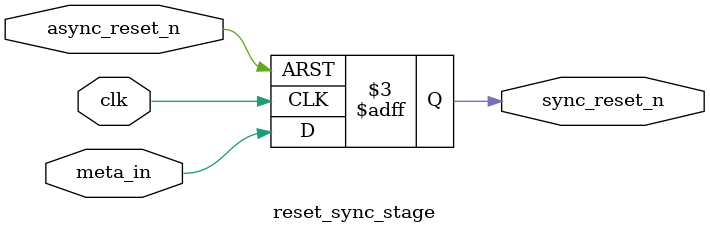
<source format=sv>
module reset_synchronizer (
  input  wire clk,
  input  wire async_reset_n,
  output wire sync_reset_n
);
  
  // Internal connections
  wire meta_stage_out;
  
  // Instantiate the metastability capture stage
  reset_meta_stage meta_stage (
    .clk           (clk),
    .async_reset_n (async_reset_n),
    .meta_out      (meta_stage_out)
  );
  
  // Instantiate the synchronization output stage
  reset_sync_stage sync_stage (
    .clk           (clk),
    .async_reset_n (async_reset_n),
    .meta_in       (meta_stage_out),
    .sync_reset_n  (sync_reset_n)
  );
  
endmodule

// First stage of reset synchronizer - captures metastability
module reset_meta_stage (
  input  wire clk,
  input  wire async_reset_n,
  output reg  meta_out
);
  
  // Prevent optimization of metastability capture register
  (* dont_touch = "true" *)
  
  // Asynchronous reset, synchronous release
  always @(posedge clk or negedge async_reset_n) begin
    if (~async_reset_n) begin
      meta_out <= 1'b0;
    end else begin
      meta_out <= 1'b1;
    end
  end
  
endmodule

// Second stage of reset synchronizer - generates stable output
module reset_sync_stage (
  input  wire clk,
  input  wire async_reset_n,
  input  wire meta_in,
  output reg  sync_reset_n
);
  
  // Asynchronous reset, synchronous release
  always @(posedge clk or negedge async_reset_n) begin
    if (~async_reset_n) begin
      sync_reset_n <= 1'b0;
    end else begin
      sync_reset_n <= meta_in;
    end
  end
  
endmodule
</source>
